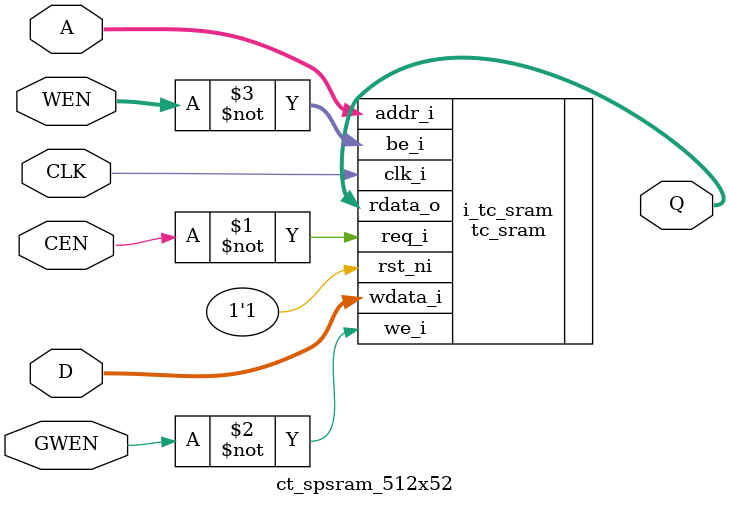
<source format=v>
/*Copyright 2019-2021 T-Head Semiconductor Co., Ltd.

Licensed under the Apache License, Version 2.0 (the "License");
you may not use this file except in compliance with the License.
You may obtain a copy of the License at

    http://www.apache.org/licenses/LICENSE-2.0

Unless required by applicable law or agreed to in writing, software
distributed under the License is distributed on an "AS IS" BASIS,
WITHOUT WARRANTIES OR CONDITIONS OF ANY KIND, either express or implied.
See the License for the specific language governing permissions and
limitations under the License.
*/

// &ModuleBeg; @22
module ct_spsram_512x52(
  A,
  CEN,
  CLK,
  D,
  GWEN,
  Q,
  WEN
);

// &Ports; @23
input   [8 :0]  A;   
input           CEN; 
input           CLK; 
input   [51:0]  D;   
input           GWEN; 
input   [51:0]  WEN; 
output  [51:0]  Q;   

// &Regs; @24

// &Wires; @25
wire    [8 :0]  A;   
wire            CEN; 
wire            CLK; 
wire    [51:0]  D;   
wire            GWEN; 
wire    [51:0]  Q;   
wire    [51:0]  WEN; 


//**********************************************************
//                  Parameter Definition
//**********************************************************
parameter ADDR_WIDTH = 9;
parameter DATA_WIDTH = 52;
parameter WE_WIDTH   = 52;

// &Force("bus","Q",DATA_WIDTH-1,0); @34
// &Force("bus","WEN",WE_WIDTH-1,0); @35
// &Force("bus","A",ADDR_WIDTH-1,0); @36
// &Force("bus","D",DATA_WIDTH-1,0); @37

  //********************************************************
  //*                        FPGA memory                   *
  //********************************************************
  //{WEN[35:18],WEN[17:0]}
//   &Instance("ct_f_spsram_512x52"); @44
tc_sram #(
  .NumWords   ( 1<<ADDR_WIDTH         ),
  .DataWidth  ( DATA_WIDTH            ),
  .ByteWidth  ( DATA_WIDTH/DATA_WIDTH ),
  .NumPorts   ( 32'd1 ),
  .Latency    ( 32'd1 ),
  .SimInit    ( "none"),
  .PrintSimCfg( 0     )
) i_tc_sram (
    .clk_i    ( CLK   ),
    .rst_ni   ( 1'b1  ),
    .req_i    ( ~CEN  ),
    .we_i     ( ~GWEN ),
    .be_i     ( ~WEN  ),
    .wdata_i  ( D     ),
    .addr_i   ( A     ),
    .rdata_o  ( Q     )
);

//   &Instance("ct_tsmc_spsram_512x52"); @50

// &ModuleEnd; @66
endmodule



</source>
